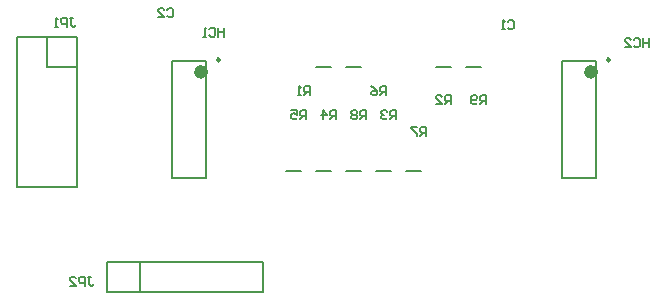
<source format=gbo>
G04 Layer_Color=32896*
%FSTAX24Y24*%
%MOIN*%
G70*
G01*
G75*
%ADD27C,0.0080*%
%ADD40C,0.0236*%
%ADD41C,0.0098*%
%ADD42C,0.0079*%
D27*
X013086Y010836D02*
X013186D01*
X013136D01*
Y010586D01*
X013186Y010536D01*
X013236D01*
X013286Y010586D01*
X012986Y010536D02*
Y010836D01*
X012836D01*
X012786Y010786D01*
Y010686D01*
X012836Y010636D01*
X012986D01*
X012486Y010536D02*
X012686D01*
X012486Y010736D01*
Y010786D01*
X012536Y010836D01*
X012636D01*
X012686Y010786D01*
X012493Y01946D02*
X012592D01*
X012542D01*
Y01921D01*
X012592Y01916D01*
X012642D01*
X012692Y01921D01*
X012393Y01916D02*
Y01946D01*
X012243D01*
X012193Y01941D01*
Y01931D01*
X012243Y01926D01*
X012393D01*
X012093Y01916D02*
X011993D01*
X012043D01*
Y01946D01*
X012093Y01941D01*
X026378Y016579D02*
Y016879D01*
X026228D01*
X026178Y016829D01*
Y016729D01*
X026228Y016679D01*
X026378D01*
X026278D02*
X026178Y016579D01*
X026078Y016629D02*
X026028Y016579D01*
X025928D01*
X025878Y016629D01*
Y016829D01*
X025928Y016879D01*
X026028D01*
X026078Y016829D01*
Y016779D01*
X026028Y016729D01*
X025878D01*
X02238Y01608D02*
Y01638D01*
X02223D01*
X02218Y01633D01*
Y01623D01*
X02223Y01618D01*
X02238D01*
X02228D02*
X02218Y01608D01*
X02208Y01633D02*
X02203Y01638D01*
X02193D01*
X02188Y01633D01*
Y01628D01*
X02193Y01623D01*
X02188Y01618D01*
Y01613D01*
X02193Y01608D01*
X02203D01*
X02208Y01613D01*
Y01618D01*
X02203Y01623D01*
X02208Y01628D01*
Y01633D01*
X02203Y01623D02*
X02193D01*
X02438Y01553D02*
Y01583D01*
X02423D01*
X02418Y01578D01*
Y01568D01*
X02423Y01563D01*
X02438D01*
X02428D02*
X02418Y01553D01*
X02408Y01583D02*
X02388D01*
Y01578D01*
X02408Y01558D01*
Y01553D01*
X023036Y016886D02*
Y017186D01*
X022886D01*
X022836Y017136D01*
Y017036D01*
X022886Y016986D01*
X023036D01*
X022936D02*
X022836Y016886D01*
X022536Y017186D02*
X022636Y017136D01*
X022736Y017036D01*
Y016936D01*
X022686Y016886D01*
X022586D01*
X022536Y016936D01*
Y016986D01*
X022586Y017036D01*
X022736D01*
X02038Y01608D02*
Y01638D01*
X02023D01*
X02018Y01633D01*
Y01623D01*
X02023Y01618D01*
X02038D01*
X02028D02*
X02018Y01608D01*
X01988Y01638D02*
X02008D01*
Y01623D01*
X01998Y01628D01*
X01993D01*
X01988Y01623D01*
Y01613D01*
X01993Y01608D01*
X02003D01*
X02008Y01613D01*
X02138Y01608D02*
Y01638D01*
X02123D01*
X02118Y01633D01*
Y01623D01*
X02123Y01618D01*
X02138D01*
X02128D02*
X02118Y01608D01*
X02093D02*
Y01638D01*
X02108Y01623D01*
X02088D01*
X02338Y01608D02*
Y01638D01*
X02323D01*
X02318Y01633D01*
Y01623D01*
X02323Y01618D01*
X02338D01*
X02328D02*
X02318Y01608D01*
X02308Y01633D02*
X02303Y01638D01*
X02293D01*
X02288Y01633D01*
Y01628D01*
X02293Y01623D01*
X02298D01*
X02293D01*
X02288Y01618D01*
Y01613D01*
X02293Y01608D01*
X02303D01*
X02308Y01613D01*
X025197Y016579D02*
Y016879D01*
X025047D01*
X024997Y016829D01*
Y016729D01*
X025047Y016679D01*
X025197D01*
X025097D02*
X024997Y016579D01*
X024697D02*
X024897D01*
X024697Y016779D01*
Y016829D01*
X024747Y016879D01*
X024847D01*
X024897Y016829D01*
X020486Y016886D02*
Y017186D01*
X020336D01*
X020286Y017136D01*
Y017036D01*
X020336Y016986D01*
X020486D01*
X020386D02*
X020286Y016886D01*
X020186D02*
X020086D01*
X020136D01*
Y017186D01*
X020186Y017136D01*
X031786Y018786D02*
Y018486D01*
Y018636D01*
X031586D01*
Y018786D01*
Y018486D01*
X031286Y018736D02*
X031336Y018786D01*
X031436D01*
X031486Y018736D01*
Y018536D01*
X031436Y018486D01*
X031336D01*
X031286Y018536D01*
X030986Y018486D02*
X031186D01*
X030986Y018686D01*
Y018736D01*
X031036Y018786D01*
X031136D01*
X031186Y018736D01*
X017636Y019136D02*
Y018836D01*
Y018986D01*
X017436D01*
Y019136D01*
Y018836D01*
X017136Y019086D02*
X017186Y019136D01*
X017286D01*
X017336Y019086D01*
Y018886D01*
X017286Y018836D01*
X017186D01*
X017136Y018886D01*
X017036Y018836D02*
X016936D01*
X016986D01*
Y019136D01*
X017036Y019086D01*
X015736Y019736D02*
X015786Y019786D01*
X015886D01*
X015936Y019736D01*
Y019536D01*
X015886Y019486D01*
X015786D01*
X015736Y019536D01*
X015436Y019486D02*
X015636D01*
X015436Y019686D01*
Y019736D01*
X015486Y019786D01*
X015586D01*
X015636Y019736D01*
X027086Y019336D02*
X027136Y019386D01*
X027236D01*
X027286Y019336D01*
Y019136D01*
X027236Y019086D01*
X027136D01*
X027086Y019136D01*
X026986Y019086D02*
X026886D01*
X026936D01*
Y019386D01*
X026986Y019336D01*
D40*
X016986Y017663D02*
G03*
X016986Y017663I-000118J0D01*
G01*
X029986D02*
G03*
X029986Y017663I-000118J0D01*
G01*
D41*
X017498Y018063D02*
G03*
X017498Y018063I-000049J0D01*
G01*
X030498D02*
G03*
X030498Y018063I-000049J0D01*
G01*
D42*
X014836Y010336D02*
Y011336D01*
X018935Y010336D02*
Y011336D01*
X013738D02*
X018935D01*
X013738Y010336D02*
X018935D01*
X013738D02*
Y011336D01*
X012736Y013836D02*
Y018836D01*
X010736Y013836D02*
X012736D01*
X010736D02*
Y016836D01*
Y018836D01*
X012736D01*
X011736Y017836D02*
Y018836D01*
Y017836D02*
X012736D01*
X021694Y014363D02*
X022206D01*
X019694D02*
X020206D01*
X020694D02*
X021206D01*
X022694D02*
X023206D01*
X020694Y017813D02*
X021206D01*
X021694D02*
X022206D01*
X024694D02*
X025206D01*
X025694D02*
X026206D01*
X023694Y014363D02*
X024206D01*
X0159Y014113D02*
X01705D01*
X0159Y018013D02*
X01705D01*
X0159Y014113D02*
Y018013D01*
X01705Y014113D02*
Y018013D01*
X0289Y014113D02*
X03005D01*
X0289Y018013D02*
X03005D01*
X0289Y014113D02*
Y018013D01*
X03005Y014113D02*
Y018013D01*
M02*

</source>
